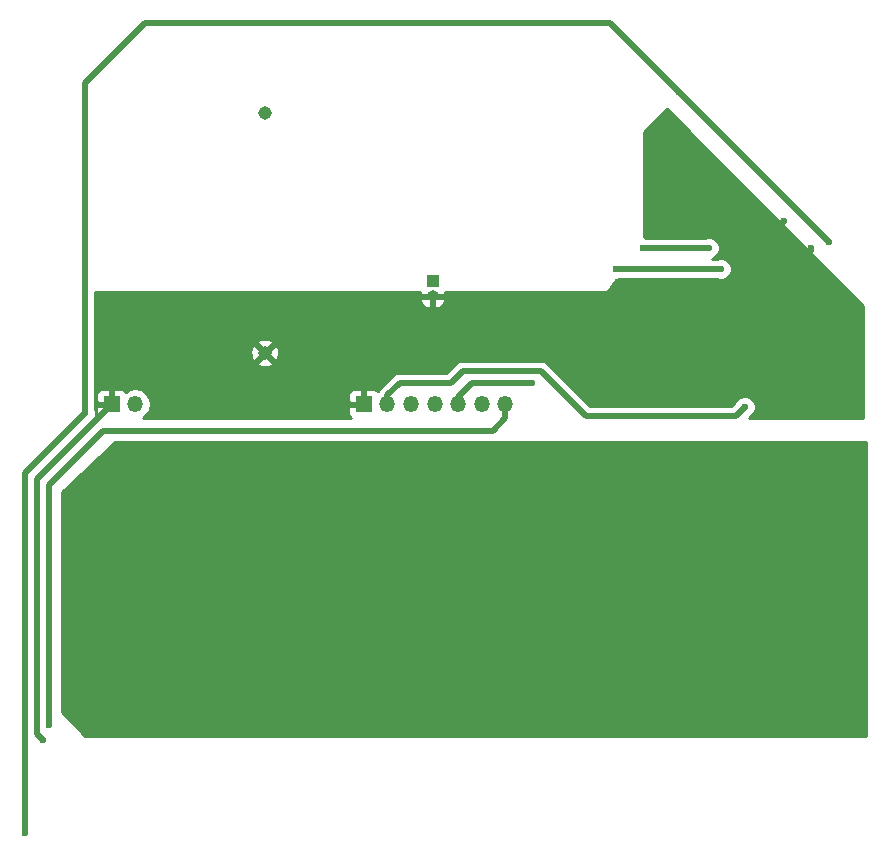
<source format=gbr>
G04 #@! TF.FileFunction,Copper,L2,Bot,Signal*
%FSLAX46Y46*%
G04 Gerber Fmt 4.6, Leading zero omitted, Abs format (unit mm)*
G04 Created by KiCad (PCBNEW 4.0.6) date 06/29/17 03:26:59*
%MOMM*%
%LPD*%
G01*
G04 APERTURE LIST*
%ADD10C,0.100000*%
%ADD11C,1.143000*%
%ADD12R,1.000000X1.000000*%
%ADD13O,1.000000X1.000000*%
%ADD14R,1.350000X1.350000*%
%ADD15O,1.350000X1.350000*%
%ADD16C,0.600000*%
%ADD17C,0.500000*%
%ADD18C,0.254000*%
G04 APERTURE END LIST*
D10*
D11*
X195580000Y-60960000D03*
X195580000Y-81280000D03*
D12*
X209804000Y-75184000D03*
D13*
X209804000Y-76454000D03*
D14*
X182626000Y-85598000D03*
D15*
X184626000Y-85598000D03*
D14*
X203962000Y-85598000D03*
D15*
X205962000Y-85598000D03*
X207962000Y-85598000D03*
X209962000Y-85598000D03*
X211962000Y-85598000D03*
X213962000Y-85598000D03*
X215962000Y-85598000D03*
D16*
X180303274Y-94488000D03*
X184803274Y-94488000D03*
X189303274Y-94488000D03*
X193803274Y-94488000D03*
X198303274Y-94488000D03*
X202803274Y-94488000D03*
X207303274Y-94488000D03*
X211473274Y-94488000D03*
X215973274Y-94488000D03*
X220473274Y-94488000D03*
X224973274Y-94488000D03*
X229228274Y-94488000D03*
X233728274Y-94488000D03*
X242728274Y-94488000D03*
X238228274Y-94488000D03*
X240538000Y-110744000D03*
X236220000Y-110744000D03*
X231648000Y-110744000D03*
X227076000Y-110744000D03*
X222758000Y-110744000D03*
X218186000Y-110744000D03*
X213868000Y-110744000D03*
X209550000Y-110744000D03*
X205232000Y-110744000D03*
X200660000Y-110744000D03*
X196088000Y-110744000D03*
X191516000Y-110744000D03*
X187198000Y-110744000D03*
X182626000Y-110744000D03*
X218186000Y-83820000D03*
X225298000Y-74168000D03*
X234188000Y-74168000D03*
X194310000Y-83820000D03*
X241808000Y-72390000D03*
X239522000Y-70104000D03*
X242570000Y-82042000D03*
X227838000Y-85090000D03*
X176784000Y-114046000D03*
X227584000Y-72390000D03*
X233172000Y-72390000D03*
X243332000Y-71882000D03*
X230632000Y-59182000D03*
X175260000Y-121920000D03*
X180340000Y-86360000D03*
X236220000Y-85852000D03*
X177292000Y-112776000D03*
D17*
X180303274Y-94488000D02*
X180340000Y-94488000D01*
X184803274Y-94488000D02*
X184912000Y-94488000D01*
X189303274Y-94488000D02*
X189230000Y-94488000D01*
X193803274Y-94488000D02*
X193802000Y-94488000D01*
X198303274Y-94488000D02*
X198374000Y-94488000D01*
X202803274Y-94488000D02*
X202692000Y-94488000D01*
X207303274Y-94488000D02*
X207264000Y-94488000D01*
X220473274Y-94488000D02*
X220472000Y-94488000D01*
X224973274Y-94488000D02*
X225044000Y-94488000D01*
X229228274Y-94488000D02*
X229108000Y-94488000D01*
X233728274Y-94488000D02*
X233680000Y-94488000D01*
X242728274Y-94488000D02*
X242570000Y-94488000D01*
X238228274Y-94488000D02*
X238252000Y-94488000D01*
X218186000Y-83820000D02*
X213106000Y-83820000D01*
X211962000Y-84964000D02*
X213106000Y-83820000D01*
X211962000Y-84964000D02*
X211962000Y-85598000D01*
X211962000Y-84964000D02*
X211962000Y-85598000D01*
X234188000Y-74168000D02*
X225298000Y-74168000D01*
X225298000Y-74168000D02*
X225552000Y-74168000D01*
X241808000Y-72390000D02*
X241808000Y-72644000D01*
X241808000Y-72644000D02*
X241554000Y-72898000D01*
X239522000Y-70104000D02*
X239268000Y-70358000D01*
X178308000Y-89916000D02*
X176276000Y-91948000D01*
X182626000Y-85598000D02*
X178308000Y-89916000D01*
X176276000Y-113538000D02*
X176784000Y-114046000D01*
X176276000Y-91948000D02*
X176276000Y-113538000D01*
X233172000Y-72390000D02*
X227584000Y-72390000D01*
X230632000Y-59182000D02*
X243332000Y-71882000D01*
X227330000Y-55880000D02*
X230632000Y-59182000D01*
X180340000Y-58420000D02*
X185420000Y-53340000D01*
X185420000Y-53340000D02*
X224790000Y-53340000D01*
X224790000Y-53340000D02*
X227330000Y-55880000D01*
X180340000Y-86360000D02*
X180340000Y-58420000D01*
X175260000Y-121666000D02*
X175260000Y-121920000D01*
X175260000Y-91440000D02*
X175260000Y-121666000D01*
X175260000Y-91440000D02*
X180340000Y-86360000D01*
X205962000Y-84868000D02*
X205962000Y-85598000D01*
X207010000Y-83820000D02*
X205962000Y-84868000D01*
X211328000Y-83820000D02*
X207010000Y-83820000D01*
X212344000Y-82804000D02*
X211328000Y-83820000D01*
X218948000Y-82804000D02*
X212344000Y-82804000D01*
X222758000Y-86614000D02*
X218948000Y-82804000D01*
X235458000Y-86614000D02*
X222758000Y-86614000D01*
X236220000Y-85852000D02*
X235458000Y-86614000D01*
X215962000Y-86806000D02*
X215962000Y-85598000D01*
X214884000Y-87884000D02*
X215962000Y-86806000D01*
X181864000Y-87884000D02*
X214884000Y-87884000D01*
X177292000Y-92456000D02*
X181864000Y-87884000D01*
X177292000Y-112776000D02*
X177292000Y-92456000D01*
D18*
G36*
X246507000Y-113665000D02*
X180392606Y-113665000D01*
X178435000Y-111707394D01*
X178435000Y-93018743D01*
X182930493Y-88773000D01*
X246507000Y-88773000D01*
X246507000Y-113665000D01*
X246507000Y-113665000D01*
G37*
X246507000Y-113665000D02*
X180392606Y-113665000D01*
X178435000Y-111707394D01*
X178435000Y-93018743D01*
X182930493Y-88773000D01*
X246507000Y-88773000D01*
X246507000Y-113665000D01*
G36*
X246253000Y-77268606D02*
X246253000Y-86741000D01*
X236582580Y-86741000D01*
X236628835Y-86694745D01*
X236748943Y-86645117D01*
X237012192Y-86382327D01*
X237154838Y-86038799D01*
X237155162Y-85666833D01*
X237013117Y-85323057D01*
X236750327Y-85059808D01*
X236406799Y-84917162D01*
X236034833Y-84916838D01*
X235691057Y-85058883D01*
X235427808Y-85321673D01*
X235377434Y-85442987D01*
X235091420Y-85729000D01*
X223124579Y-85729000D01*
X219573790Y-82178210D01*
X219286675Y-81986367D01*
X219206173Y-81970354D01*
X218948000Y-81918999D01*
X218947995Y-81919000D01*
X212344005Y-81919000D01*
X212344000Y-81918999D01*
X212085827Y-81970354D01*
X212005325Y-81986367D01*
X211718210Y-82178210D01*
X211718208Y-82178213D01*
X210961420Y-82935000D01*
X207010005Y-82935000D01*
X207010000Y-82934999D01*
X206727516Y-82991190D01*
X206671325Y-83002367D01*
X206384210Y-83194210D01*
X206384208Y-83194213D01*
X205336210Y-84242210D01*
X205144367Y-84529325D01*
X205144367Y-84529326D01*
X205143867Y-84531841D01*
X204996699Y-84384673D01*
X204763310Y-84288000D01*
X204247750Y-84288000D01*
X204089000Y-84446750D01*
X204089000Y-85471000D01*
X204109000Y-85471000D01*
X204109000Y-85725000D01*
X204089000Y-85725000D01*
X204089000Y-85745000D01*
X203835000Y-85745000D01*
X203835000Y-85725000D01*
X202810750Y-85725000D01*
X202652000Y-85883750D01*
X202652000Y-86399309D01*
X202748673Y-86632698D01*
X202856974Y-86741000D01*
X185266419Y-86741000D01*
X185552310Y-86549974D01*
X185836282Y-86124979D01*
X185936000Y-85623664D01*
X185936000Y-85572336D01*
X185836282Y-85071021D01*
X185652981Y-84796691D01*
X202652000Y-84796691D01*
X202652000Y-85312250D01*
X202810750Y-85471000D01*
X203835000Y-85471000D01*
X203835000Y-84446750D01*
X203676250Y-84288000D01*
X203160690Y-84288000D01*
X202927301Y-84384673D01*
X202748673Y-84563302D01*
X202652000Y-84796691D01*
X185652981Y-84796691D01*
X185552310Y-84646026D01*
X185127315Y-84362054D01*
X184626000Y-84262336D01*
X184124685Y-84362054D01*
X183832986Y-84556961D01*
X183660699Y-84384673D01*
X183427310Y-84288000D01*
X182911750Y-84288000D01*
X182753000Y-84446750D01*
X182753000Y-85471000D01*
X182773000Y-85471000D01*
X182773000Y-85725000D01*
X182753000Y-85725000D01*
X182753000Y-85745000D01*
X182499000Y-85745000D01*
X182499000Y-85725000D01*
X181474750Y-85725000D01*
X181316000Y-85883750D01*
X181316000Y-86399309D01*
X181412673Y-86632698D01*
X181520974Y-86741000D01*
X181194198Y-86741000D01*
X181274838Y-86546799D01*
X181275162Y-86174833D01*
X181225000Y-86053431D01*
X181225000Y-84796691D01*
X181316000Y-84796691D01*
X181316000Y-85312250D01*
X181474750Y-85471000D01*
X182499000Y-85471000D01*
X182499000Y-84446750D01*
X182340250Y-84288000D01*
X181824690Y-84288000D01*
X181591301Y-84384673D01*
X181412673Y-84563302D01*
X181316000Y-84796691D01*
X181225000Y-84796691D01*
X181225000Y-82122046D01*
X194917559Y-82122046D01*
X194963552Y-82344533D01*
X195417855Y-82499405D01*
X195896844Y-82468633D01*
X196196448Y-82344533D01*
X196242441Y-82122046D01*
X195580000Y-81459605D01*
X194917559Y-82122046D01*
X181225000Y-82122046D01*
X181225000Y-81117855D01*
X194360595Y-81117855D01*
X194391367Y-81596844D01*
X194515467Y-81896448D01*
X194737954Y-81942441D01*
X195400395Y-81280000D01*
X195759605Y-81280000D01*
X196422046Y-81942441D01*
X196644533Y-81896448D01*
X196799405Y-81442145D01*
X196768633Y-80963156D01*
X196644533Y-80663552D01*
X196422046Y-80617559D01*
X195759605Y-81280000D01*
X195400395Y-81280000D01*
X194737954Y-80617559D01*
X194515467Y-80663552D01*
X194360595Y-81117855D01*
X181225000Y-81117855D01*
X181225000Y-80437954D01*
X194917559Y-80437954D01*
X195580000Y-81100395D01*
X196242441Y-80437954D01*
X196196448Y-80215467D01*
X195742145Y-80060595D01*
X195263156Y-80091367D01*
X194963552Y-80215467D01*
X194917559Y-80437954D01*
X181225000Y-80437954D01*
X181225000Y-76755874D01*
X208709881Y-76755874D01*
X208816873Y-77014209D01*
X209106396Y-77349323D01*
X209502123Y-77548132D01*
X209677000Y-77423135D01*
X209677000Y-76581000D01*
X209931000Y-76581000D01*
X209931000Y-77423135D01*
X210105877Y-77548132D01*
X210501604Y-77349323D01*
X210791127Y-77014209D01*
X210898119Y-76755874D01*
X210771954Y-76581000D01*
X209931000Y-76581000D01*
X209677000Y-76581000D01*
X208836046Y-76581000D01*
X208709881Y-76755874D01*
X181225000Y-76755874D01*
X181225000Y-76073000D01*
X208742652Y-76073000D01*
X208709881Y-76152126D01*
X208836046Y-76327000D01*
X209282075Y-76327000D01*
X209304000Y-76331440D01*
X210304000Y-76331440D01*
X210327597Y-76327000D01*
X210771954Y-76327000D01*
X210898119Y-76152126D01*
X210865348Y-76073000D01*
X224536000Y-76073000D01*
X224585410Y-76062994D01*
X224637600Y-76022200D01*
X225326981Y-75103026D01*
X225483167Y-75103162D01*
X225604569Y-75053000D01*
X233881178Y-75053000D01*
X234001201Y-75102838D01*
X234373167Y-75103162D01*
X234716943Y-74961117D01*
X234980192Y-74698327D01*
X235122838Y-74354799D01*
X235123162Y-73982833D01*
X234981117Y-73639057D01*
X234718327Y-73375808D01*
X234374799Y-73233162D01*
X234002833Y-73232838D01*
X233881431Y-73283000D01*
X233459207Y-73283000D01*
X233700943Y-73183117D01*
X233964192Y-72920327D01*
X234106838Y-72576799D01*
X234107162Y-72204833D01*
X233965117Y-71861057D01*
X233702327Y-71597808D01*
X233358799Y-71455162D01*
X232986833Y-71454838D01*
X232865431Y-71505000D01*
X227890822Y-71505000D01*
X227770799Y-71455162D01*
X227711000Y-71455110D01*
X227711000Y-62536606D01*
X229616000Y-60631606D01*
X246253000Y-77268606D01*
X246253000Y-77268606D01*
G37*
X246253000Y-77268606D02*
X246253000Y-86741000D01*
X236582580Y-86741000D01*
X236628835Y-86694745D01*
X236748943Y-86645117D01*
X237012192Y-86382327D01*
X237154838Y-86038799D01*
X237155162Y-85666833D01*
X237013117Y-85323057D01*
X236750327Y-85059808D01*
X236406799Y-84917162D01*
X236034833Y-84916838D01*
X235691057Y-85058883D01*
X235427808Y-85321673D01*
X235377434Y-85442987D01*
X235091420Y-85729000D01*
X223124579Y-85729000D01*
X219573790Y-82178210D01*
X219286675Y-81986367D01*
X219206173Y-81970354D01*
X218948000Y-81918999D01*
X218947995Y-81919000D01*
X212344005Y-81919000D01*
X212344000Y-81918999D01*
X212085827Y-81970354D01*
X212005325Y-81986367D01*
X211718210Y-82178210D01*
X211718208Y-82178213D01*
X210961420Y-82935000D01*
X207010005Y-82935000D01*
X207010000Y-82934999D01*
X206727516Y-82991190D01*
X206671325Y-83002367D01*
X206384210Y-83194210D01*
X206384208Y-83194213D01*
X205336210Y-84242210D01*
X205144367Y-84529325D01*
X205144367Y-84529326D01*
X205143867Y-84531841D01*
X204996699Y-84384673D01*
X204763310Y-84288000D01*
X204247750Y-84288000D01*
X204089000Y-84446750D01*
X204089000Y-85471000D01*
X204109000Y-85471000D01*
X204109000Y-85725000D01*
X204089000Y-85725000D01*
X204089000Y-85745000D01*
X203835000Y-85745000D01*
X203835000Y-85725000D01*
X202810750Y-85725000D01*
X202652000Y-85883750D01*
X202652000Y-86399309D01*
X202748673Y-86632698D01*
X202856974Y-86741000D01*
X185266419Y-86741000D01*
X185552310Y-86549974D01*
X185836282Y-86124979D01*
X185936000Y-85623664D01*
X185936000Y-85572336D01*
X185836282Y-85071021D01*
X185652981Y-84796691D01*
X202652000Y-84796691D01*
X202652000Y-85312250D01*
X202810750Y-85471000D01*
X203835000Y-85471000D01*
X203835000Y-84446750D01*
X203676250Y-84288000D01*
X203160690Y-84288000D01*
X202927301Y-84384673D01*
X202748673Y-84563302D01*
X202652000Y-84796691D01*
X185652981Y-84796691D01*
X185552310Y-84646026D01*
X185127315Y-84362054D01*
X184626000Y-84262336D01*
X184124685Y-84362054D01*
X183832986Y-84556961D01*
X183660699Y-84384673D01*
X183427310Y-84288000D01*
X182911750Y-84288000D01*
X182753000Y-84446750D01*
X182753000Y-85471000D01*
X182773000Y-85471000D01*
X182773000Y-85725000D01*
X182753000Y-85725000D01*
X182753000Y-85745000D01*
X182499000Y-85745000D01*
X182499000Y-85725000D01*
X181474750Y-85725000D01*
X181316000Y-85883750D01*
X181316000Y-86399309D01*
X181412673Y-86632698D01*
X181520974Y-86741000D01*
X181194198Y-86741000D01*
X181274838Y-86546799D01*
X181275162Y-86174833D01*
X181225000Y-86053431D01*
X181225000Y-84796691D01*
X181316000Y-84796691D01*
X181316000Y-85312250D01*
X181474750Y-85471000D01*
X182499000Y-85471000D01*
X182499000Y-84446750D01*
X182340250Y-84288000D01*
X181824690Y-84288000D01*
X181591301Y-84384673D01*
X181412673Y-84563302D01*
X181316000Y-84796691D01*
X181225000Y-84796691D01*
X181225000Y-82122046D01*
X194917559Y-82122046D01*
X194963552Y-82344533D01*
X195417855Y-82499405D01*
X195896844Y-82468633D01*
X196196448Y-82344533D01*
X196242441Y-82122046D01*
X195580000Y-81459605D01*
X194917559Y-82122046D01*
X181225000Y-82122046D01*
X181225000Y-81117855D01*
X194360595Y-81117855D01*
X194391367Y-81596844D01*
X194515467Y-81896448D01*
X194737954Y-81942441D01*
X195400395Y-81280000D01*
X195759605Y-81280000D01*
X196422046Y-81942441D01*
X196644533Y-81896448D01*
X196799405Y-81442145D01*
X196768633Y-80963156D01*
X196644533Y-80663552D01*
X196422046Y-80617559D01*
X195759605Y-81280000D01*
X195400395Y-81280000D01*
X194737954Y-80617559D01*
X194515467Y-80663552D01*
X194360595Y-81117855D01*
X181225000Y-81117855D01*
X181225000Y-80437954D01*
X194917559Y-80437954D01*
X195580000Y-81100395D01*
X196242441Y-80437954D01*
X196196448Y-80215467D01*
X195742145Y-80060595D01*
X195263156Y-80091367D01*
X194963552Y-80215467D01*
X194917559Y-80437954D01*
X181225000Y-80437954D01*
X181225000Y-76755874D01*
X208709881Y-76755874D01*
X208816873Y-77014209D01*
X209106396Y-77349323D01*
X209502123Y-77548132D01*
X209677000Y-77423135D01*
X209677000Y-76581000D01*
X209931000Y-76581000D01*
X209931000Y-77423135D01*
X210105877Y-77548132D01*
X210501604Y-77349323D01*
X210791127Y-77014209D01*
X210898119Y-76755874D01*
X210771954Y-76581000D01*
X209931000Y-76581000D01*
X209677000Y-76581000D01*
X208836046Y-76581000D01*
X208709881Y-76755874D01*
X181225000Y-76755874D01*
X181225000Y-76073000D01*
X208742652Y-76073000D01*
X208709881Y-76152126D01*
X208836046Y-76327000D01*
X209282075Y-76327000D01*
X209304000Y-76331440D01*
X210304000Y-76331440D01*
X210327597Y-76327000D01*
X210771954Y-76327000D01*
X210898119Y-76152126D01*
X210865348Y-76073000D01*
X224536000Y-76073000D01*
X224585410Y-76062994D01*
X224637600Y-76022200D01*
X225326981Y-75103026D01*
X225483167Y-75103162D01*
X225604569Y-75053000D01*
X233881178Y-75053000D01*
X234001201Y-75102838D01*
X234373167Y-75103162D01*
X234716943Y-74961117D01*
X234980192Y-74698327D01*
X235122838Y-74354799D01*
X235123162Y-73982833D01*
X234981117Y-73639057D01*
X234718327Y-73375808D01*
X234374799Y-73233162D01*
X234002833Y-73232838D01*
X233881431Y-73283000D01*
X233459207Y-73283000D01*
X233700943Y-73183117D01*
X233964192Y-72920327D01*
X234106838Y-72576799D01*
X234107162Y-72204833D01*
X233965117Y-71861057D01*
X233702327Y-71597808D01*
X233358799Y-71455162D01*
X232986833Y-71454838D01*
X232865431Y-71505000D01*
X227890822Y-71505000D01*
X227770799Y-71455162D01*
X227711000Y-71455110D01*
X227711000Y-62536606D01*
X229616000Y-60631606D01*
X246253000Y-77268606D01*
M02*

</source>
